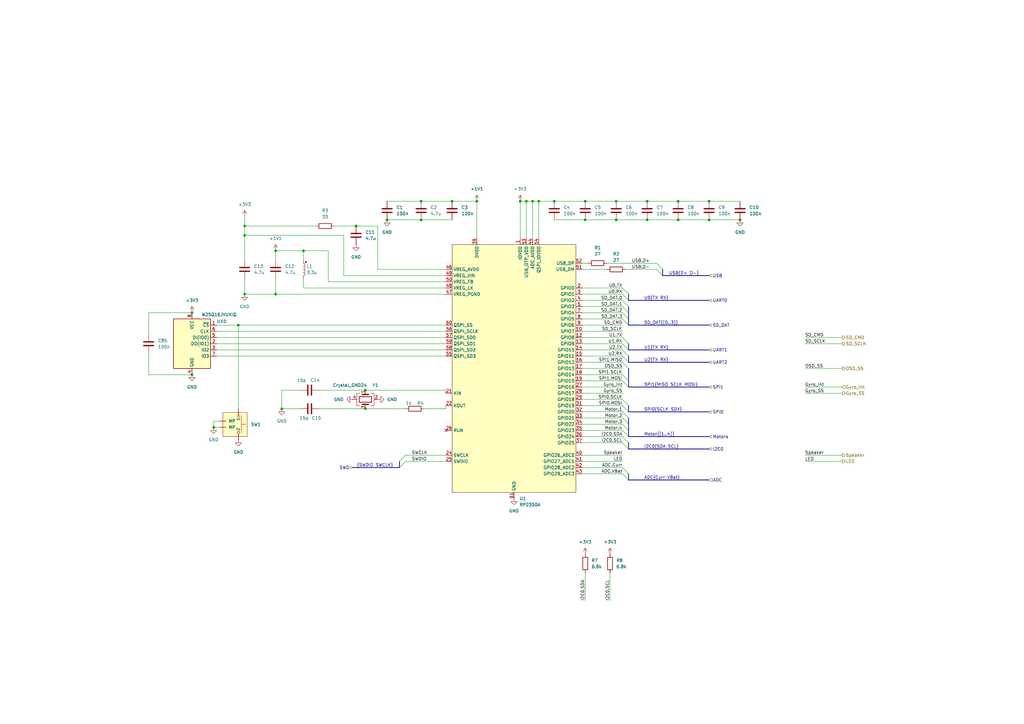
<source format=kicad_sch>
(kicad_sch (version 20250114) (generator "eeschema") (generator_version "9.0")
  (paper "A3")
  (title_block (title "Kolibri FC - RP2350 Schematics"))
  (lib_symbols
    (symbol "Device:C" (pin_numbers (hide yes)) (pin_names (offset 0.254))
      (property "Reference" "C" (at 0.635 2.54 0))
      (property "Value" "C" (at 0.635 -2.54 0))
      (symbol "C_0_1"
        (polyline (pts (xy -2.032 0.762) (xy 2.032 0.762)) (stroke (width 0.508)))
        (polyline (pts (xy -2.032 -0.762) (xy 2.032 -0.762)) (stroke (width 0.508)))
      )
      (symbol "C_1_1"
        (pin passive line (at 0 3.81 270) (length 2.794) (name "~") (number "1"))
        (pin passive line (at 0 -3.81 90) (length 2.794) (name "~") (number "2"))
      )
    )
    (symbol "Device:Crystal_GND24" (pin_names (offset 1.016) (hide yes))
      (property "Reference" "Y" (at 3.175 5.08 0))
      (property "Value" "Crystal_GND24" (at 3.175 3.175 0))
      (symbol "Crystal_GND24_0_1"
        (polyline (pts (xy -2.54 2.286) (xy -2.54 3.556) (xy 2.54 3.556) (xy 2.54 2.286)))
        (polyline (pts (xy -2.54 0) (xy -2.032 0)))
        (polyline (pts (xy -2.54 -2.286) (xy -2.54 -3.556) (xy 2.54 -3.556) (xy 2.54 -2.286)))
        (polyline (pts (xy -2.032 -1.27) (xy -2.032 1.27)) (stroke (width 0.508)))
        (rectangle (start -1.143 2.54) (end 1.143 -2.54) (stroke (width 0.3048)))
        (polyline (pts (xy 0 3.556) (xy 0 3.81)))
        (polyline (pts (xy 0 -3.81) (xy 0 -3.556)))
        (polyline (pts (xy 2.032 0) (xy 2.54 0)))
        (polyline (pts (xy 2.032 -1.27) (xy 2.032 1.27)) (stroke (width 0.508)))
      )
      (symbol "Crystal_GND24_1_1"
        (pin passive line (at -3.81 0 0) (length 1.27) (name "1") (number "1"))
        (pin passive line (at 0 5.08 270) (length 1.27) (name "2") (number "2"))
        (pin passive line (at 0 -5.08 90) (length 1.27) (name "4") (number "4"))
        (pin passive line (at 3.81 0 180) (length 1.27) (name "3") (number "3"))
      )
    )
    (symbol "Device:L" (pin_numbers (hide yes)) (pin_names (offset 1.016) (hide yes))
      (property "Reference" "L1" (at 1.27 1.2701 0))
      (property "Value" "3.3u" (at 1.27 -1.2699 0))
      (symbol "L_0_1"
        (arc (start 0 2.54) (mid 0.6323 1.905) (end 0 1.27))
        (arc (start 0 1.27) (mid 0.6323 0.635) (end 0 0))
        (arc (start 0 0) (mid 0.6323 -0.635) (end 0 -1.27))
        (arc (start 0 -1.27) (mid 0.6323 -1.905) (end 0 -2.54))
      )
      (symbol "L_1_1"
        (circle (center 1.016 3.048) (radius 0.3592) (stroke (width -0.0001)) (fill (type outline)))
        (pin passive line (at 0 3.81 270) (length 1.27) (name "1") (number "1"))
        (pin passive line (at 0 -3.81 90) (length 1.27) (name "2") (number "2"))
      )
    )
    (symbol "Device:R" (pin_numbers (hide yes)) (pin_names (offset 0))
      (property "Reference" "R" (at 2.032 0 90))
      (property "Value" "R" (at 0 0 90))
      (symbol "R_0_1"
        (rectangle (start -1.016 -2.54) (end 1.016 2.54) (stroke (width 0.254)))
      )
      (symbol "R_1_1"
        (pin passive line (at 0 3.81 270) (length 1.27) (name "~") (number "1"))
        (pin passive line (at 0 -3.81 90) (length 1.27) (name "~") (number "2"))
      )
    )
    (symbol "Kolibri custom:RP2350A"
      (property "Reference" "U" (at 10.668 -52.07 0))
      (property "Value" "RP2350A" (at 0.254 0 0))
      (symbol "RP2350A_1_1"
        (rectangle (start -25.4 50.8) (end 25.4 -50.8) (stroke (width 0) (color 72 0 0 1)) (fill (type background)))
        (pin power_in line (at -27.94 40.64 0) (length 2.54) (name "VREG_AVDD") (number "46"))
        (pin power_in line (at -27.94 38.1 0) (length 2.54) (name "VREG_VIN") (number "49"))
        (pin input line (at -27.94 35.56 0) (length 2.54) (name "VREG_FB") (number "50"))
        (pin power_out line (at -27.94 33.02 0) (length 2.54) (name "VREG_LX") (number "48"))
        (pin power_in line (at -27.94 30.48 0) (length 2.54) (name "VREG_PGND") (number "47"))
        (pin bidirectional line (at -27.94 17.78 0) (length 2.54) (name "QSPI_SS") (number "60"))
        (pin bidirectional line (at -27.94 15.24 0) (length 2.54) (name "QSPI_SCLK") (number "56"))
        (pin bidirectional line (at -27.94 12.7 0) (length 2.54) (name "QSPI_SD0") (number "57"))
        (pin bidirectional line (at -27.94 10.16 0) (length 2.54) (name "QSPI_SD1") (number "59"))
        (pin bidirectional line (at -27.94 7.62 0) (length 2.54) (name "QSPI_SD2") (number "58"))
        (pin bidirectional line (at -27.94 5.08 0) (length 2.54) (name "QSPI_SD3") (number "55"))
        (pin input line (at -27.94 -10.16 0) (length 2.54) (name "XIN") (number "21"))
        (pin output line (at -27.94 -15.24 0) (length 2.54) (name "XOUT") (number "22"))
        (pin input line (at -27.94 -25.4 0) (length 2.54) (name "RUN") (number "26"))
        (pin output line (at -27.94 -35.56 0) (length 2.54) (name "SWCLK") (number "24"))
        (pin bidirectional line (at -27.94 -38.1 0) (length 2.54) (name "SWDIO") (number "25"))
        (pin power_in line (at -15.24 53.34 270) (length 2.54) (hide yes) (name "DVDD") (number "23"))
        (pin power_in line (at -15.24 53.34 270) (length 2.54) (name "DVDD") (number "39"))
        (pin power_in line (at -15.24 53.34 270) (length 2.54) (hide yes) (name "DVDD") (number "6"))
        (pin power_in line (at 0 -53.34 90) (length 2.54) (name "GND") (number "61"))
        (pin power_in line (at 2.54 53.34 270) (length 2.54) (name "IOVDD") (number "1"))
        (pin power_in line (at 2.54 53.34 270) (length 2.54) (hide yes) (name "IOVDD") (number "11"))
        (pin power_in line (at 2.54 53.34 270) (length 2.54) (hide yes) (name "IOVDD") (number "20"))
        (pin power_in line (at 2.54 53.34 270) (length 2.54) (hide yes) (name "IOVDD") (number "30"))
        (pin power_in line (at 2.54 53.34 270) (length 2.54) (hide yes) (name "IOVDD") (number "38"))
        (pin power_in line (at 2.54 53.34 270) (length 2.54) (hide yes) (name "IOVDD") (number "45"))
        (pin power_in line (at 5.08 53.34 270) (length 2.54) (name "USB_OTP_VDD") (number "53"))
        (pin power_in line (at 7.62 53.34 270) (length 2.54) (name "ADC_AVDD") (number "44"))
        (pin power_in line (at 10.16 53.34 270) (length 2.54) (name "QSPI_IOVDD") (number "54"))
        (pin bidirectional line (at 27.94 43.18 180) (length 2.54) (name "USB_DP") (number "52"))
        (pin bidirectional line (at 27.94 40.64 180) (length 2.54) (name "USB_DM") (number "51"))
        (pin bidirectional line (at 27.94 33.02 180) (length 2.54) (name "GPIO0") (number "2"))
        (pin bidirectional line (at 27.94 30.48 180) (length 2.54) (name "GPIO1") (number "3"))
        (pin bidirectional line (at 27.94 27.94 180) (length 2.54) (name "GPIO2") (number "4"))
        (pin bidirectional line (at 27.94 25.4 180) (length 2.54) (name "GPIO3") (number "5"))
        (pin bidirectional line (at 27.94 22.86 180) (length 2.54) (name "GPIO4") (number "7"))
        (pin bidirectional line (at 27.94 20.32 180) (length 2.54) (name "GPIO5") (number "8"))
        (pin bidirectional line (at 27.94 17.78 180) (length 2.54) (name "GPIO6") (number "9"))
        (pin bidirectional line (at 27.94 15.24 180) (length 2.54) (name "GPIO7") (number "10"))
        (pin bidirectional line (at 27.94 12.7 180) (length 2.54) (name "GPIO8") (number "12"))
        (pin bidirectional line (at 27.94 10.16 180) (length 2.54) (name "GPIO9") (number "13"))
        (pin bidirectional line (at 27.94 7.62 180) (length 2.54) (name "GPIO10") (number "14"))
        (pin bidirectional line (at 27.94 5.08 180) (length 2.54) (name "GPIO11") (number "15"))
        (pin bidirectional line (at 27.94 2.54 180) (length 2.54) (name "GPIO12") (number "16"))
        (pin bidirectional line (at 27.94 0 180) (length 2.54) (name "GPIO13") (number "17"))
        (pin bidirectional line (at 27.94 -2.54 180) (length 2.54) (name "GPIO14") (number "18"))
        (pin bidirectional line (at 27.94 -5.08 180) (length 2.54) (name "GPIO15") (number "19"))
        (pin bidirectional line (at 27.94 -7.62 180) (length 2.54) (name "GPIO16") (number "27"))
        (pin bidirectional line (at 27.94 -10.16 180) (length 2.54) (name "GPIO17") (number "28"))
        (pin bidirectional line (at 27.94 -12.7 180) (length 2.54) (name "GPIO18") (number "29"))
        (pin bidirectional line (at 27.94 -15.24 180) (length 2.54) (name "GPIO19") (number "31"))
        (pin bidirectional line (at 27.94 -17.78 180) (length 2.54) (name "GPIO20") (number "32"))
        (pin bidirectional line (at 27.94 -20.32 180) (length 2.54) (name "GPIO21") (number "33"))
        (pin bidirectional line (at 27.94 -22.86 180) (length 2.54) (name "GPIO22") (number "34"))
        (pin bidirectional line (at 27.94 -25.4 180) (length 2.54) (name "GPIO23") (number "35"))
        (pin bidirectional line (at 27.94 -27.94 180) (length 2.54) (name "GPIO24") (number "36"))
        (pin bidirectional line (at 27.94 -30.48 180) (length 2.54) (name "GPIO25") (number "37"))
        (pin bidirectional line (at 27.94 -35.56 180) (length 2.54) (name "GPIO26_ADC0") (number "40"))
        (pin bidirectional line (at 27.94 -38.1 180) (length 2.54) (name "GPIO27_ADC1") (number "41"))
        (pin bidirectional line (at 27.94 -40.64 180) (length 2.54) (name "GPIO28_ADC2") (number "42"))
        (pin bidirectional line (at 27.94 -43.18 180) (length 2.54) (name "GPIO29_ADC3") (number "43"))
      )
    )
    (symbol "Kolibri custom:SW_Push w/ GND" (pin_numbers (hide yes)) (pin_names (offset 1.016))
      (property "Reference" "SW" (at -1.016 4.572 0))
      (symbol "SW_Push w/ GND_0_1"
        (circle (center -3.302 0) (radius 0.508))
        (polyline (pts (xy 0 1.27) (xy 0 3.048)))
        (circle (center 3.302 0) (radius 0.508))
        (polyline (pts (xy 3.556 1.27) (xy -3.556 1.27)))
        (pin passive line (at -6.35 0 0) (length 2.54) (name "1") (number "1"))
        (pin passive line (at 6.35 0 180) (length 2.54) (name "2") (number "2"))
      )
      (symbol "SW_Push w/ GND_1_1"
        (rectangle (start -4.826 3.556) (end 5.08 -6.35) (fill (type background)))
        (pin passive line (at -1.27 -7.62 90) (length 2.54) (name "MP") (number "3"))
        (pin passive line (at 1.27 -7.62 90) (length 2.54) (name "MP") (number "4"))
      )
    )
    (symbol "Memory_Flash:W25Q32JVSS"
      (property "Reference" "U10" (at -14.224 9.144 0))
      (property "Value" "W25Q16JVUXIQ" (at -18.288 11.938 0))
      (symbol "W25Q32JVSS_0_1"
        (rectangle (start -7.62 10.16) (end 7.62 -10.16) (stroke (width 0.254)) (fill (type background)))
      )
      (symbol "W25Q32JVSS_1_1"
        (pin input line (at -10.16 7.62 0) (length 2.54) (name "~{CS}") (number "1"))
        (pin input line (at -10.16 5.08 0) (length 2.54) (name "CLK") (number "6"))
        (pin bidirectional line (at -10.16 2.54 0) (length 2.54) (name "DI(IO0)") (number "5"))
        (pin bidirectional line (at -10.16 0 0) (length 2.54) (name "DO(IO1)") (number "2"))
        (pin bidirectional line (at -10.16 -2.54 0) (length 2.54) (name "IO2") (number "3"))
        (pin bidirectional line (at -10.16 -5.08 0) (length 2.54) (name "IO3") (number "7"))
        (pin power_in line (at 0 12.7 270) (length 2.54) (name "VCC") (number "8"))
        (pin power_in line (at 0 -12.7 90) (length 2.54) (name "GND") (number "4"))
        (pin passive line (at 0 -12.7 90) (length 2.54) (hide yes) (name "EP") (number "9"))
      )
    )
    (symbol "power:+1V1" (power) (pin_numbers (hide yes)) (pin_names (offset 0) (hide yes))
      (property "Value" "+1V1" (at 0 3.556 0))
      (symbol "+1V1_0_1"
        (polyline (pts (xy -0.762 1.27) (xy 0 2.54)))
        (polyline (pts (xy 0 2.54) (xy 0.762 1.27)))
        (polyline (pts (xy 0 0) (xy 0 2.54)))
      )
      (symbol "+1V1_1_1"
        (pin power_in line (at 0 0 90) (length 0) (name "~") (number "1"))
      )
    )
    (symbol "power:+3V3" (power) (pin_numbers (hide yes)) (pin_names (offset 0) (hide yes))
      (property "Value" "+3V3" (at 0 3.556 0))
      (symbol "+3V3_0_1"
        (polyline (pts (xy -0.762 1.27) (xy 0 2.54)))
        (polyline (pts (xy 0 2.54) (xy 0.762 1.27)))
        (polyline (pts (xy 0 0) (xy 0 2.54)))
      )
      (symbol "+3V3_1_1"
        (pin power_in line (at 0 0 90) (length 0) (name "~") (number "1"))
      )
    )
    (symbol "power:GND" (power) (pin_numbers (hide yes)) (pin_names (offset 0) (hide yes))
      (property "Value" "GND" (at 0 -3.81 0))
      (symbol "GND_0_1"
        (polyline (pts (xy 0 0) (xy 0 -1.27) (xy 1.27 -1.27) (xy 0 -2.54) (xy -1.27 -1.27) (xy 0 -1.27)))
      )
      (symbol "GND_1_1"
        (pin power_in line (at 0 0 270) (length 0) (name "~") (number "1"))
      )
    )
  )
  (junction (at 113.03 102.87))
  (junction (at 100.33 120.65))
  (junction (at 78.74 128.27))
  (junction (at 146.05 92.71))
  (junction (at 265.43 82.55))
  (junction (at 124.46 102.87))
  (junction (at 278.13 82.55))
  (junction (at 213.36 82.55))
  (junction (at 252.73 82.55))
  (junction (at 227.33 82.55))
  (junction (at 87.63 175.26))
  (junction (at 100.33 92.71))
  (junction (at 100.33 96.52))
  (junction (at 240.03 82.55))
  (junction (at 172.72 90.17))
  (junction (at 265.43 90.17))
  (junction (at 195.58 82.55))
  (junction (at 303.53 90.17))
  (junction (at 149.86 160.02))
  (junction (at 149.86 167.64))
  (junction (at 240.03 90.17))
  (junction (at 158.75 90.17))
  (junction (at 97.79 133.35))
  (junction (at 278.13 90.17))
  (junction (at 218.44 82.55))
  (junction (at 113.03 120.65))
  (junction (at 115.57 167.64))
  (junction (at 290.83 82.55))
  (junction (at 172.72 82.55))
  (junction (at 220.98 82.55))
  (junction (at 78.74 153.67))
  (junction (at 185.42 82.55))
  (junction (at 252.73 90.17))
  (junction (at 215.9 82.55))
  (junction (at 290.83 90.17))
  (no_connect (at 182.88 176.53))
  (bus_entry (at 255.27 156.21) (size 2.54 2.54))
  (bus_entry (at 255.27 179.07) (size 2.54 2.54))
  (bus_entry (at 163.83 191.77) (size 2.54 -2.54))
  (bus_entry (at 255.27 120.65) (size 2.54 2.54))
  (bus_entry (at 255.27 166.37) (size 2.54 2.54))
  (bus_entry (at 255.27 191.77) (size 2.54 2.54))
  (bus_entry (at 269.24 107.95) (size 2.54 2.54))
  (bus_entry (at 255.27 173.99) (size 2.54 2.54))
  (bus_entry (at 255.27 148.59) (size 2.54 2.54))
  (bus_entry (at 255.27 125.73) (size 2.54 2.54))
  (bus_entry (at 255.27 163.83) (size 2.54 2.54))
  (bus_entry (at 255.27 168.91) (size 2.54 2.54))
  (bus_entry (at 255.27 194.31) (size 2.54 2.54))
  (bus_entry (at 255.27 130.81) (size 2.54 2.54))
  (bus_entry (at 255.27 181.61) (size 2.54 2.54))
  (bus_entry (at 255.27 146.05) (size 2.54 2.54))
  (bus_entry (at 255.27 171.45) (size 2.54 2.54))
  (bus_entry (at 269.24 110.49) (size 2.54 2.54))
  (bus_entry (at 255.27 138.43) (size 2.54 2.54))
  (bus_entry (at 255.27 123.19) (size 2.54 2.54))
  (bus_entry (at 255.27 153.67) (size 2.54 2.54))
  (bus_entry (at 163.83 189.23) (size 2.54 -2.54))
  (bus_entry (at 255.27 143.51) (size 2.54 2.54))
  (bus_entry (at 255.27 176.53) (size 2.54 2.54))
  (bus_entry (at 255.27 128.27) (size 2.54 2.54))
  (bus_entry (at 255.27 118.11) (size 2.54 2.54))
  (bus_entry (at 255.27 140.97) (size 2.54 2.54))
  (wire (pts (xy 124.46 114.3) (xy 124.46 118.11)))
  (wire (pts (xy 238.76 166.37) (xy 255.27 166.37)))
  (wire (pts (xy 252.73 82.55) (xy 265.43 82.55)))
  (wire (pts (xy 240.03 234.95) (xy 240.03 246.38)))
  (wire (pts (xy 238.76 120.65) (xy 255.27 120.65)))
  (bus (pts (xy 257.81 158.75) (xy 290.83 158.75)))
  (bus (pts (xy 257.81 151.13) (xy 257.81 156.21)))
  (bus (pts (xy 257.81 156.21) (xy 257.81 158.75)))
  (bus (pts (xy 257.81 123.19) (xy 290.83 123.19)))
  (wire (pts (xy 100.33 114.3) (xy 100.33 120.65)))
  (bus (pts (xy 144.78 191.77) (xy 163.83 191.77)))
  (wire (pts (xy 238.76 146.05) (xy 255.27 146.05)))
  (bus (pts (xy 257.81 181.61) (xy 257.81 184.15)))
  (wire (pts (xy 140.97 113.03) (xy 140.97 96.52)))
  (wire (pts (xy 290.83 90.17) (xy 303.53 90.17)))
  (wire (pts (xy 238.76 168.91) (xy 255.27 168.91)))
  (wire (pts (xy 220.98 82.55) (xy 220.98 97.79)))
  (wire (pts (xy 182.88 113.03) (xy 140.97 113.03)))
  (wire (pts (xy 172.72 90.17) (xy 185.42 90.17)))
  (wire (pts (xy 238.76 158.75) (xy 255.27 158.75)))
  (wire (pts (xy 238.76 118.11) (xy 255.27 118.11)))
  (wire (pts (xy 166.37 189.23) (xy 182.88 189.23)))
  (wire (pts (xy 238.76 194.31) (xy 255.27 194.31)))
  (wire (pts (xy 60.96 128.27) (xy 60.96 137.16)))
  (wire (pts (xy 238.76 133.35) (xy 255.27 133.35)))
  (bus (pts (xy 257.81 171.45) (xy 257.81 173.99)))
  (wire (pts (xy 256.54 110.49) (xy 269.24 110.49)))
  (bus (pts (xy 257.81 184.15) (xy 290.83 184.15)))
  (wire (pts (xy 215.9 82.55) (xy 218.44 82.55)))
  (wire (pts (xy 227.33 82.55) (xy 240.03 82.55)))
  (wire (pts (xy 240.03 90.17) (xy 252.73 90.17)))
  (bus (pts (xy 257.81 194.31) (xy 257.81 196.85)))
  (wire (pts (xy 185.42 82.55) (xy 195.58 82.55)))
  (wire (pts (xy 238.76 161.29) (xy 255.27 161.29)))
  (wire (pts (xy 134.62 115.57) (xy 134.62 102.87)))
  (wire (pts (xy 238.76 156.21) (xy 255.27 156.21)))
  (wire (pts (xy 113.03 114.3) (xy 113.03 120.65)))
  (wire (pts (xy 265.43 90.17) (xy 278.13 90.17)))
  (bus (pts (xy 257.81 146.05) (xy 257.81 148.59)))
  (wire (pts (xy 330.2 186.69) (xy 345.44 186.69)))
  (wire (pts (xy 238.76 140.97) (xy 255.27 140.97)))
  (wire (pts (xy 238.76 171.45) (xy 255.27 171.45)))
  (wire (pts (xy 238.76 153.67) (xy 255.27 153.67)))
  (bus (pts (xy 257.81 166.37) (xy 257.81 168.91)))
  (wire (pts (xy 100.33 88.9) (xy 100.33 92.71)))
  (bus (pts (xy 257.81 173.99) (xy 257.81 176.53)))
  (wire (pts (xy 238.76 135.89) (xy 255.27 135.89)))
  (wire (pts (xy 238.76 186.69) (xy 255.27 186.69)))
  (wire (pts (xy 215.9 82.55) (xy 215.9 97.79)))
  (wire (pts (xy 248.92 107.95) (xy 269.24 107.95)))
  (bus (pts (xy 257.81 130.81) (xy 257.81 133.35)))
  (wire (pts (xy 60.96 144.78) (xy 60.96 153.67)))
  (wire (pts (xy 149.86 160.02) (xy 182.88 160.02)))
  (bus (pts (xy 257.81 125.73) (xy 257.81 128.27)))
  (wire (pts (xy 238.76 176.53) (xy 255.27 176.53)))
  (wire (pts (xy 238.76 173.99) (xy 255.27 173.99)))
  (wire (pts (xy 88.9 138.43) (xy 182.88 138.43)))
  (wire (pts (xy 123.19 160.02) (xy 115.57 160.02)))
  (bus (pts (xy 257.81 179.07) (xy 290.83 179.07)))
  (wire (pts (xy 238.76 143.51) (xy 255.27 143.51)))
  (wire (pts (xy 182.88 167.64) (xy 182.88 166.37)))
  (wire (pts (xy 158.75 82.55) (xy 172.72 82.55)))
  (bus (pts (xy 257.81 140.97) (xy 257.81 143.51)))
  (wire (pts (xy 88.9 140.97) (xy 182.88 140.97)))
  (wire (pts (xy 87.63 172.72) (xy 87.63 175.26)))
  (wire (pts (xy 113.03 102.87) (xy 124.46 102.87)))
  (wire (pts (xy 238.76 163.83) (xy 255.27 163.83)))
  (wire (pts (xy 172.72 82.55) (xy 185.42 82.55)))
  (wire (pts (xy 130.81 160.02) (xy 149.86 160.02)))
  (wire (pts (xy 137.16 92.71) (xy 146.05 92.71)))
  (wire (pts (xy 238.76 151.13) (xy 255.27 151.13)))
  (bus (pts (xy 163.83 189.23) (xy 163.83 191.77)))
  (wire (pts (xy 124.46 118.11) (xy 182.88 118.11)))
  (wire (pts (xy 238.76 181.61) (xy 255.27 181.61)))
  (wire (pts (xy 100.33 96.52) (xy 100.33 106.68)))
  (wire (pts (xy 240.03 82.55) (xy 252.73 82.55)))
  (wire (pts (xy 213.36 97.79) (xy 213.36 82.55)))
  (wire (pts (xy 88.9 143.51) (xy 182.88 143.51)))
  (wire (pts (xy 140.97 96.52) (xy 100.33 96.52)))
  (wire (pts (xy 238.76 110.49) (xy 248.92 110.49)))
  (wire (pts (xy 238.76 191.77) (xy 255.27 191.77)))
  (wire (pts (xy 278.13 82.55) (xy 290.83 82.55)))
  (wire (pts (xy 113.03 120.65) (xy 182.88 120.65)))
  (wire (pts (xy 60.96 153.67) (xy 78.74 153.67)))
  (wire (pts (xy 154.94 110.49) (xy 182.88 110.49)))
  (wire (pts (xy 238.76 123.19) (xy 255.27 123.19)))
  (wire (pts (xy 195.58 97.79) (xy 195.58 82.55)))
  (wire (pts (xy 238.76 125.73) (xy 255.27 125.73)))
  (wire (pts (xy 220.98 82.55) (xy 227.33 82.55)))
  (wire (pts (xy 290.83 82.55) (xy 303.53 82.55)))
  (wire (pts (xy 227.33 90.17) (xy 240.03 90.17)))
  (wire (pts (xy 182.88 161.29) (xy 182.88 160.02)))
  (wire (pts (xy 265.43 82.55) (xy 278.13 82.55)))
  (wire (pts (xy 88.9 135.89) (xy 182.88 135.89)))
  (wire (pts (xy 97.79 133.35) (xy 182.88 133.35)))
  (wire (pts (xy 238.76 130.81) (xy 255.27 130.81)))
  (bus (pts (xy 257.81 168.91) (xy 290.83 168.91)))
  (wire (pts (xy 158.75 90.17) (xy 172.72 90.17)))
  (bus (pts (xy 271.78 113.03) (xy 290.83 113.03)))
  (wire (pts (xy 100.33 92.71) (xy 100.33 96.52)))
  (wire (pts (xy 88.9 133.35) (xy 97.79 133.35)))
  (wire (pts (xy 124.46 102.87) (xy 124.46 106.68)))
  (wire (pts (xy 149.86 167.64) (xy 166.37 167.64)))
  (wire (pts (xy 330.2 138.43) (xy 345.44 138.43)))
  (wire (pts (xy 218.44 82.55) (xy 218.44 97.79)))
  (wire (pts (xy 87.63 175.26) (xy 90.17 175.26)))
  (bus (pts (xy 257.81 133.35) (xy 290.83 133.35)))
  (wire (pts (xy 238.76 148.59) (xy 255.27 148.59)))
  (wire (pts (xy 238.76 179.07) (xy 255.27 179.07)))
  (bus (pts (xy 271.78 110.49) (xy 271.78 113.03)))
  (wire (pts (xy 97.79 133.35) (xy 97.79 167.64)))
  (bus (pts (xy 257.81 196.85) (xy 290.83 196.85)))
  (wire (pts (xy 330.2 158.75) (xy 345.44 158.75)))
  (bus (pts (xy 257.81 120.65) (xy 257.81 123.19)))
  (wire (pts (xy 250.19 234.95) (xy 250.19 246.38)))
  (wire (pts (xy 88.9 146.05) (xy 182.88 146.05)))
  (wire (pts (xy 330.2 140.97) (xy 345.44 140.97)))
  (wire (pts (xy 238.76 189.23) (xy 255.27 189.23)))
  (wire (pts (xy 154.94 92.71) (xy 154.94 110.49)))
  (wire (pts (xy 130.81 167.64) (xy 149.86 167.64)))
  (wire (pts (xy 115.57 167.64) (xy 123.19 167.64)))
  (wire (pts (xy 330.2 151.13) (xy 345.44 151.13)))
  (wire (pts (xy 182.88 115.57) (xy 134.62 115.57)))
  (wire (pts (xy 100.33 92.71) (xy 129.54 92.71)))
  (bus (pts (xy 257.81 148.59) (xy 290.83 148.59)))
  (wire (pts (xy 238.76 107.95) (xy 241.3 107.95)))
  (wire (pts (xy 218.44 82.55) (xy 220.98 82.55)))
  (bus (pts (xy 257.81 128.27) (xy 257.81 130.81)))
  (wire (pts (xy 166.37 186.69) (xy 182.88 186.69)))
  (wire (pts (xy 213.36 82.55) (xy 215.9 82.55)))
  (wire (pts (xy 146.05 92.71) (xy 154.94 92.71)))
  (wire (pts (xy 330.2 189.23) (xy 345.44 189.23)))
  (wire (pts (xy 115.57 160.02) (xy 115.57 167.64)))
  (wire (pts (xy 278.13 90.17) (xy 290.83 90.17)))
  (wire (pts (xy 90.17 172.72) (xy 87.63 172.72)))
  (bus (pts (xy 257.81 176.53) (xy 257.81 179.07)))
  (wire (pts (xy 113.03 102.87) (xy 113.03 106.68)))
  (wire (pts (xy 60.96 128.27) (xy 78.74 128.27)))
  (wire (pts (xy 124.46 102.87) (xy 134.62 102.87)))
  (wire (pts (xy 252.73 90.17) (xy 265.43 90.17)))
  (wire (pts (xy 238.76 128.27) (xy 255.27 128.27)))
  (wire (pts (xy 330.2 161.29) (xy 345.44 161.29)))
  (wire (pts (xy 173.99 167.64) (xy 182.88 167.64)))
  (wire (pts (xy 238.76 138.43) (xy 255.27 138.43)))
  (bus (pts (xy 257.81 143.51) (xy 290.83 143.51)))
  (wire (pts (xy 100.33 120.65) (xy 113.03 120.65)))
  (label "U0{TX RX}" (at 264.16 123.19 0))
  (label "I2C0.SCL" (at 255.27 181.61 180))
  (label "SPI0{SCLK SDX}" (at 264.16 168.91 0))
  (label "I2C0{SDA SCL}" (at 264.16 184.15 0))
  (label "Motor{[1..4]}" (at 264.16 179.07 0))
  (label "USB.D-" (at 259.08 110.49 0))
  (label "I2C0.SCL" (at 250.19 246.38 90))
  (label "USB{D+ D-}" (at 274.32 113.03 0))
  (label "OSD_SS" (at 255.27 151.13 180))
  (label "ADC.Curr" (at 255.27 191.77 180))
  (label "SD_CMD" (at 255.27 133.35 180))
  (label "OSD_SS" (at 330.2 151.13 0))
  (label "Gyro_SS" (at 255.27 161.29 180))
  (label "U0.TX" (at 255.27 118.11 180))
  (label "ADC.VBat" (at 255.27 194.31 180))
  (label "LED" (at 255.27 189.23 180))
  (label "SPI1.SCLK" (at 255.27 153.67 180))
  (label "LED" (at 330.2 189.23 0))
  (label "SPI1{MISO SCLK MOSI}" (at 264.16 158.75 0))
  (label "Gyro_SS" (at 330.2 161.29 0))
  (label "Gyro_Int" (at 330.2 158.75 0))
  (label "Motor.2" (at 255.27 171.45 180))
  (label "U1{TX RX}" (at 264.16 143.51 0))
  (label "SD_DAT.1" (at 255.27 125.73 180))
  (label "Motor.4" (at 255.27 176.53 180))
  (label "SPI0.SCLK" (at 255.27 163.83 180))
  (label "U0.RX" (at 255.27 120.65 180))
  (label "SD_DAT.0" (at 255.27 123.19 180))
  (label "U1.TX" (at 255.27 138.43 180))
  (label "SPI1.MISO" (at 255.27 148.59 180))
  (label "Speaker" (at 255.27 186.69 180))
  (label "SD_CMD" (at 330.2 138.43 0))
  (label "{SWDIO SWCLK}" (at 161.29 191.77 180))
  (label "U2.RX" (at 255.27 146.05 180))
  (label "SD_DAT.3" (at 255.27 130.81 180))
  (label "USB.D+" (at 259.08 107.95 0))
  (label "Motor.1" (at 255.27 168.91 180))
  (label "Speaker" (at 330.2 186.69 0))
  (label "SD_DAT.2" (at 255.27 128.27 180))
  (label "SWDIO" (at 168.91 189.23 0))
  (label "SD_DAT{[0..3]}" (at 264.16 133.35 0))
  (label "U2.TX" (at 255.27 143.51 180))
  (label "ADC{Curr VBat}" (at 264.16 196.85 0))
  (label "SD_SCLK" (at 255.27 135.89 180))
  (label "Motor.3" (at 255.27 173.99 180))
  (label "U1.RX" (at 255.27 140.97 180))
  (label "I2C0.SDA" (at 255.27 179.07 180))
  (label "Gyro_Int" (at 255.27 158.75 180))
  (label "U2{TX RX}" (at 264.16 148.59 0))
  (label "SPI0.MOSI" (at 255.27 166.37 180))
  (label "I2C0.SDA" (at 240.03 246.38 90))
  (label "SWCLK" (at 168.91 186.69 0))
  (label "SPI1.MOSI" (at 255.27 156.21 180))
  (label "SD_SCLK" (at 330.2 140.97 0))
  (hierarchical_label "Gyro_Int" (shape input) (at 345.44 158.75 0))
  (hierarchical_label "SD_DAT" (shape bidirectional) (at 290.83 133.35 0))
  (hierarchical_label "UART0" (shape bidirectional) (at 290.83 123.19 0))
  (hierarchical_label "SPI0" (shape bidirectional) (at 290.83 168.91 0))
  (hierarchical_label "I2C0" (shape bidirectional) (at 290.83 184.15 0))
  (hierarchical_label "SD_SCLK" (shape output) (at 345.44 140.97 0))
  (hierarchical_label "Gyro_SS" (shape output) (at 345.44 161.29 0))
  (hierarchical_label "SD_CMD" (shape output) (at 345.44 138.43 0))
  (hierarchical_label "SWD" (shape bidirectional) (at 144.78 191.77 180))
  (hierarchical_label "Motors" (shape bidirectional) (at 290.83 179.07 0))
  (hierarchical_label "ADC" (shape input) (at 290.83 196.85 0))
  (hierarchical_label "SPI1" (shape bidirectional) (at 290.83 158.75 0))
  (hierarchical_label "UART2" (shape bidirectional) (at 290.83 148.59 0))
  (hierarchical_label "Speaker" (shape output) (at 345.44 186.69 0))
  (hierarchical_label "UART1" (shape bidirectional) (at 290.83 143.51 0))
  (hierarchical_label "LED" (shape output) (at 345.44 189.23 0))
  (hierarchical_label "USB" (shape bidirectional) (at 290.83 113.03 0))
  (hierarchical_label "OSD_SS" (shape output) (at 345.44 151.13 0))
  (symbol (lib_id "Device:L") (at 124.46 110.49 0) (unit 1)
    (property "Reference" "L1" (at 125.73 109.2199 0) (effects (justify left)))
    (property "Value" "3.3u" (at 125.73 111.7599 0) (effects (justify left)))
    (property "Footprint" "Kolibri custom:Abracon AOTA 0806" (effects (hide yes)))
    (property "Description" "Inductor" (effects (hide yes)))
  )
  (symbol (lib_id "Device:C") (at 278.13 86.36 0) (unit 1)
    (property "Reference" "C8" (at 281.94 85.0899 0) (effects (justify left)))
    (property "Value" "100n" (at 281.94 87.6299 0) (effects (justify left)))
    (property "Footprint" "Capacitor_SMD:C_0402_1005Metric_Pad0.74x0.62mm_HandSolder" (effects (hide yes)))
    (property "Description" "Unpolarized capacitor" (effects (hide yes)))
  )
  (symbol (lib_id "Device:R") (at 170.18 167.64 90) (unit 1)
    (property "Reference" "R4" (at 172.466 165.354 90))
    (property "Value" "1k" (at 167.64 165.354 90))
    (property "Footprint" "Resistor_SMD:R_0402_1005Metric_Pad0.72x0.64mm_HandSolder" (effects (hide yes)))
    (property "Description" "Resistor" (effects (hide yes)))
  )
  (symbol (lib_id "power:GND") (at 78.74 153.67 0) (unit 1)
    (property "Reference" "#PWR155" (effects (hide yes)))
    (property "Value" "GND" (at 78.74 158.75 0))
    (property "Description" "Power symbol creates a global label with name \"GND\" , ground" (effects (hide yes)))
  )
  (symbol (lib_id "power:+1V1") (at 195.58 82.55 0) (unit 1)
    (property "Reference" "#PWR01" (effects (hide yes)))
    (property "Value" "+1V1" (at 195.58 77.47 0))
    (property "Description" "Power symbol creates a global label with name \"+1V1\"" (effects (hide yes)))
  )
  (symbol (lib_id "Device:C") (at 127 167.64 90) (unit 1)
    (property "Reference" "C15" (at 129.794 171.45 90))
    (property "Value" "15p" (at 124.714 171.45 90))
    (property "Footprint" "Capacitor_SMD:C_0402_1005Metric_Pad0.74x0.62mm_HandSolder" (effects (hide yes)))
    (property "Description" "Unpolarized capacitor" (effects (hide yes)))
  )
  (symbol (lib_id "power:+3V3") (at 100.33 88.9 0) (unit 1)
    (property "Reference" "#PWR07" (effects (hide yes)))
    (property "Value" "+3V3" (at 100.33 83.82 0))
    (property "Description" "Power symbol creates a global label with name \"+3V3\"" (effects (hide yes)))
  )
  (symbol (lib_id "Device:R") (at 252.73 110.49 90) (unit 1)
    (property "Reference" "R2" (at 252.73 104.14 90))
    (property "Value" "27" (at 252.73 106.68 90))
    (property "Footprint" "Resistor_SMD:R_0402_1005Metric" (effects (hide yes)))
    (property "Description" "Resistor" (effects (hide yes)))
  )
  (symbol (lib_id "power:+3V3") (at 240.03 227.33 0) (unit 1)
    (property "Reference" "#PWR041" (effects (hide yes)))
    (property "Value" "+3V3" (at 240.03 222.25 0))
    (property "Description" "Power symbol creates a global label with name \"+3V3\"" (effects (hide yes)))
  )
  (symbol (lib_id "Device:C") (at 60.96 140.97 0) (unit 1)
    (property "Reference" "C85" (at 64.77 139.6999 0) (effects (justify left)))
    (property "Value" "100n" (at 64.77 142.2399 0) (effects (justify left)))
    (property "Footprint" "Capacitor_SMD:C_0402_1005Metric" (effects (hide yes)))
    (property "Description" "Unpolarized capacitor" (effects (hide yes)))
  )
  (symbol (lib_id "power:GND") (at 146.05 100.33 0) (unit 1)
    (property "Reference" "#PWR08" (effects (hide yes)))
    (property "Value" "GND" (at 146.05 105.41 0))
    (property "Description" "Power symbol creates a global label with name \"GND\" , ground" (effects (hide yes)))
  )
  (symbol (lib_id "power:GND") (at 303.53 90.17 0) (unit 1)
    (property "Reference" "#PWR03" (effects (hide yes)))
    (property "Value" "GND" (at 303.53 95.25 0))
    (property "Description" "Power symbol creates a global label with name \"GND\" , ground" (effects (hide yes)))
  )
  (symbol (lib_id "power:+1V1") (at 113.03 102.87 0) (unit 1)
    (property "Reference" "#PWR09" (effects (hide yes)))
    (property "Value" "+1V1" (at 113.03 97.79 0))
    (property "Description" "Power symbol creates a global label with name \"+1V1\"" (effects (hide yes)))
  )
  (symbol (lib_id "power:GND") (at 144.78 163.83 270) (unit 1)
    (property "Reference" "#PWR011" (effects (hide yes)))
    (property "Value" "GND" (at 140.97 163.8299 90) (effects (justify right)))
    (property "Description" "Power symbol creates a global label with name \"GND\" , ground" (effects (hide yes)))
  )
  (symbol (lib_id "Device:R") (at 245.11 107.95 90) (unit 1)
    (property "Reference" "R1" (at 245.11 101.6 90))
    (property "Value" "27" (at 245.11 104.14 90))
    (property "Footprint" "Resistor_SMD:R_0402_1005Metric" (effects (hide yes)))
    (property "Description" "Resistor" (effects (hide yes)))
  )
  (symbol (lib_id "power:+3V3") (at 213.36 82.55 0) (unit 1)
    (property "Reference" "#PWR04" (effects (hide yes)))
    (property "Value" "+3V3" (at 213.36 77.47 0))
    (property "Description" "Power symbol creates a global label with name \"+3V3\"" (effects (hide yes)))
  )
  (symbol (lib_id "Device:C") (at 158.75 86.36 0) (unit 1)
    (property "Reference" "C1" (at 162.56 85.0899 0) (effects (justify left)))
    (property "Value" "100n" (at 162.56 87.6299 0) (effects (justify left)))
    (property "Footprint" "Capacitor_SMD:C_0402_1005Metric_Pad0.74x0.62mm_HandSolder" (effects (hide yes)))
    (property "Description" "Unpolarized capacitor" (effects (hide yes)))
  )
  (symbol (lib_id "power:GND") (at 97.79 180.34 0) (unit 1)
    (property "Reference" "#PWR78" (effects (hide yes)))
    (property "Value" "GND" (at 97.79 185.42 0))
    (property "Description" "Power symbol creates a global label with name \"GND\" , ground" (effects (hide yes)))
  )
  (symbol (lib_id "Device:C") (at 227.33 86.36 0) (unit 1)
    (property "Reference" "C4" (at 231.14 85.0899 0) (effects (justify left)))
    (property "Value" "100n" (at 231.14 87.6299 0) (effects (justify left)))
    (property "Footprint" "Capacitor_SMD:C_0402_1005Metric_Pad0.74x0.62mm_HandSolder" (effects (hide yes)))
    (property "Description" "Unpolarized capacitor" (effects (hide yes)))
  )
  (symbol (lib_id "Device:C") (at 240.03 86.36 0) (unit 1)
    (property "Reference" "C5" (at 243.84 85.0899 0) (effects (justify left)))
    (property "Value" "100n" (at 243.84 87.6299 0) (effects (justify left)))
    (property "Footprint" "Capacitor_SMD:C_0402_1005Metric_Pad0.74x0.62mm_HandSolder" (effects (hide yes)))
    (property "Description" "Unpolarized capacitor" (effects (hide yes)))
  )
  (symbol (lib_id "Device:C") (at 290.83 86.36 0) (unit 1)
    (property "Reference" "C9" (at 294.64 85.0899 0) (effects (justify left)))
    (property "Value" "100n" (at 294.64 87.6299 0) (effects (justify left)))
    (property "Footprint" "Capacitor_SMD:C_0402_1005Metric_Pad0.74x0.62mm_HandSolder" (effects (hide yes)))
    (property "Description" "Unpolarized capacitor" (effects (hide yes)))
  )
  (symbol (lib_id "Device:C") (at 146.05 96.52 0) (unit 1)
    (property "Reference" "C11" (at 149.86 95.2499 0) (effects (justify left)))
    (property "Value" "4.7u" (at 149.86 97.7899 0) (effects (justify left)))
    (property "Footprint" "Capacitor_SMD:C_0402_1005Metric" (effects (hide yes)))
    (property "Description" "Unpolarized capacitor" (effects (hide yes)))
  )
  (symbol (lib_id "Device:C") (at 185.42 86.36 0) (unit 1)
    (property "Reference" "C3" (at 189.23 85.0899 0) (effects (justify left)))
    (property "Value" "100n" (at 189.23 87.6299 0) (effects (justify left)))
    (property "Footprint" "Capacitor_SMD:C_0402_1005Metric_Pad0.74x0.62mm_HandSolder" (effects (hide yes)))
    (property "Description" "Unpolarized capacitor" (effects (hide yes)))
  )
  (symbol (lib_id "Device:C") (at 252.73 86.36 0) (unit 1)
    (property "Reference" "C6" (at 256.54 85.0899 0) (effects (justify left)))
    (property "Value" "100n" (at 256.54 87.6299 0) (effects (justify left)))
    (property "Footprint" "Capacitor_SMD:C_0402_1005Metric_Pad0.74x0.62mm_HandSolder" (effects (hide yes)))
    (property "Description" "Unpolarized capacitor" (effects (hide yes)))
  )
  (symbol (lib_id "Memory_Flash:W25Q32JVSS") (at 78.74 140.97 0) (mirror y) (unit 1)
    (property "Reference" "U10" (at 92.964 131.826 0) (effects (justify left)))
    (property "Value" "W25Q16JVUXIQ" (at 97.028 129.032 0) (effects (justify left)))
    (property "Footprint" "Package_SON:Winbond_USON-8-1EP_3x2mm_P0.5mm_EP0.2x1.6mm" (effects (hide yes)))
    (property "Datasheet" "http://www.winbond.com/resource-files/w25q32jv%20revg%2003272018%20plus.pdf" (effects (hide yes)))
    (property "Description" "32Mb Serial Flash Memory, Standard/Dual/Quad SPI, SOIC-8" (effects (hide yes)))
  )
  (symbol (lib_id "Device:C") (at 303.53 86.36 0) (unit 1)
    (property "Reference" "C10" (at 307.34 85.0899 0) (effects (justify left)))
    (property "Value" "100n" (at 307.34 87.6299 0) (effects (justify left)))
    (property "Footprint" "Capacitor_SMD:C_0402_1005Metric_Pad0.74x0.62mm_HandSolder" (effects (hide yes)))
    (property "Description" "Unpolarized capacitor" (effects (hide yes)))
  )
  (symbol (lib_id "Device:C") (at 172.72 86.36 0) (unit 1)
    (property "Reference" "C2" (at 176.53 85.0899 0) (effects (justify left)))
    (property "Value" "4.7u" (at 176.53 87.6299 0) (effects (justify left)))
    (property "Footprint" "Capacitor_SMD:C_0402_1005Metric_Pad0.74x0.62mm_HandSolder" (effects (hide yes)))
    (property "Description" "Unpolarized capacitor" (effects (hide yes)))
  )
  (symbol (lib_id "Device:C") (at 113.03 110.49 0) (unit 1)
    (property "Reference" "C12" (at 116.84 109.2199 0) (effects (justify left)))
    (property "Value" "4.7u" (at 116.84 111.7599 0) (effects (justify left)))
    (property "Footprint" "Capacitor_SMD:C_0402_1005Metric" (effects (hide yes)))
    (property "Description" "Unpolarized capacitor" (effects (hide yes)))
  )
  (symbol (lib_id "Device:R") (at 133.35 92.71 90) (unit 1)
    (property "Reference" "R3" (at 133.35 86.36 90))
    (property "Value" "33" (at 133.35 88.9 90))
    (property "Footprint" "Resistor_SMD:R_0402_1005Metric" (effects (hide yes)))
    (property "Description" "Resistor" (effects (hide yes)))
  )
  (symbol (lib_id "Device:C") (at 127 160.02 90) (unit 1)
    (property "Reference" "C14" (at 129.286 155.956 90))
    (property "Value" "15p" (at 123.698 155.956 90))
    (property "Footprint" "Capacitor_SMD:C_0402_1005Metric_Pad0.74x0.62mm_HandSolder" (effects (hide yes)))
    (property "Description" "Unpolarized capacitor" (effects (hide yes)))
  )
  (symbol (lib_id "Device:C") (at 265.43 86.36 0) (unit 1)
    (property "Reference" "C7" (at 269.24 85.0899 0) (effects (justify left)))
    (property "Value" "100n" (at 269.24 87.6299 0) (effects (justify left)))
    (property "Footprint" "Capacitor_SMD:C_0402_1005Metric_Pad0.74x0.62mm_HandSolder" (effects (hide yes)))
    (property "Description" "Unpolarized capacitor" (effects (hide yes)))
  )
  (symbol (lib_id "power:GND") (at 100.33 120.65 0) (unit 1)
    (property "Reference" "#PWR06" (effects (hide yes)))
    (property "Value" "GND" (at 100.33 125.73 0))
    (property "Description" "Power symbol creates a global label with name \"GND\" , ground" (effects (hide yes)))
  )
  (symbol (lib_id "Kolibri custom:RP2350A") (at 210.82 151.13 0) (unit 1)
    (property "Reference" "U1" (at 213.0141 204.47 0) (effects (justify left)))
    (property "Value" "RP2350A" (at 213.0141 207.01 0) (effects (justify left)))
    (property "Footprint" "Kolibri custom:QFN-60_EP_7x7_Pitch0.4mm" (effects (hide yes)))
  )
  (symbol (lib_id "Device:R") (at 240.03 231.14 0) (unit 1)
    (property "Reference" "R7" (at 242.57 229.8699 0) (effects (justify left)))
    (property "Value" "6.8k" (at 242.57 232.4099 0) (effects (justify left)))
    (property "Footprint" "Resistor_SMD:R_0402_1005Metric_Pad0.72x0.64mm_HandSolder" (effects (hide yes)))
    (property "Description" "Resistor" (effects (hide yes)))
  )
  (symbol (lib_id "power:GND") (at 115.57 167.64 0) (unit 1)
    (property "Reference" "#PWR012" (effects (hide yes)))
    (property "Value" "GND" (at 115.57 172.72 0))
    (property "Description" "Power symbol creates a global label with name \"GND\" , ground" (effects (hide yes)))
  )
  (symbol (lib_id "Device:R") (at 250.19 231.14 0) (unit 1)
    (property "Reference" "R8" (at 252.73 229.8699 0) (effects (justify left)))
    (property "Value" "6.8k" (at 252.73 232.4099 0) (effects (justify left)))
    (property "Footprint" "Resistor_SMD:R_0402_1005Metric_Pad0.72x0.64mm_HandSolder" (effects (hide yes)))
    (property "Description" "Resistor" (effects (hide yes)))
  )
  (symbol (lib_id "Device:Crystal_GND24") (at 149.86 163.83 270) (unit 1)
    (property "Reference" "Y1" (at 153.924 157.988 90))
    (property "Value" "Crystal_GND24" (at 143.51 157.988 90))
    (property "Footprint" "Crystal:Crystal_SMD_3225-4Pin_3.2x2.5mm" (effects (hide yes)))
    (property "Description" "Four pin crystal, GND on pins 2 and 4" (effects (hide yes)))
  )
  (symbol (lib_id "power:+3V3") (at 250.19 227.33 0) (unit 1)
    (property "Reference" "#PWR042" (effects (hide yes)))
    (property "Value" "+3V3" (at 250.19 222.25 0))
    (property "Description" "Power symbol creates a global label with name \"+3V3\"" (effects (hide yes)))
  )
  (symbol (lib_id "power:GND") (at 210.82 204.47 0) (unit 1)
    (property "Reference" "#PWR05" (effects (hide yes)))
    (property "Value" "GND" (at 210.82 209.55 0))
    (property "Description" "Power symbol creates a global label with name \"GND\" , ground" (effects (hide yes)))
  )
  (symbol (lib_id "Device:C") (at 100.33 110.49 0) (unit 1)
    (property "Reference" "C13" (at 104.14 109.2199 0) (effects (justify left)))
    (property "Value" "4.7u" (at 104.14 111.7599 0) (effects (justify left)))
    (property "Footprint" "Capacitor_SMD:C_0402_1005Metric" (effects (hide yes)))
    (property "Description" "Unpolarized capacitor" (effects (hide yes)))
  )
  (symbol (lib_id "power:+3V3") (at 78.74 128.27 0) (unit 1)
    (property "Reference" "#PWR154" (effects (hide yes)))
    (property "Value" "+3V3" (at 78.74 123.19 0))
    (property "Description" "Power symbol creates a global label with name \"+3V3\"" (effects (hide yes)))
  )
  (symbol (lib_id "power:GND") (at 154.94 163.83 90) (unit 1)
    (property "Reference" "#PWR010" (effects (hide yes)))
    (property "Value" "GND" (at 158.75 163.8299 90) (effects (justify right)))
    (property "Description" "Power symbol creates a global label with name \"GND\" , ground" (effects (hide yes)))
  )
  (symbol (lib_id "power:GND") (at 158.75 90.17 0) (unit 1)
    (property "Reference" "#PWR02" (effects (hide yes)))
    (property "Value" "GND" (at 158.75 95.25 0))
    (property "Description" "Power symbol creates a global label with name \"GND\" , ground" (effects (hide yes)))
  )
  (symbol (lib_id "power:GND") (at 87.63 175.26 0) (unit 1)
    (property "Reference" "#PWR159" (effects (hide yes)))
    (property "Value" "GND" (at 87.63 180.34 0))
    (property "Description" "Power symbol creates a global label with name \"GND\" , ground" (effects (hide yes)))
  )
  (symbol (lib_id "Kolibri custom:SW_Push w/ GND") (at 97.79 173.99 270) (unit 1)
    (property "Reference" "SW1" (at 102.87 174.1169 90) (effects (justify left)))
    (property "Footprint" "Kolibri custom:Button C530669 wo holes" (effects (hide yes)))
    (property "Datasheet" "C530669" (effects (hide yes)))
    (property "Description" "Push button switch, generic, two pins" (effects (hide yes)))
  )
)
</source>
